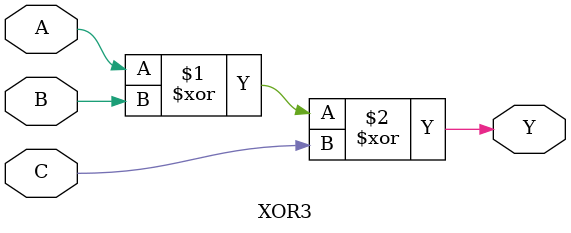
<source format=v>
module XOR3 (
	input A, B, C,
	output Y
);
	assign Y = A ^ B ^ C;
endmodule
</source>
